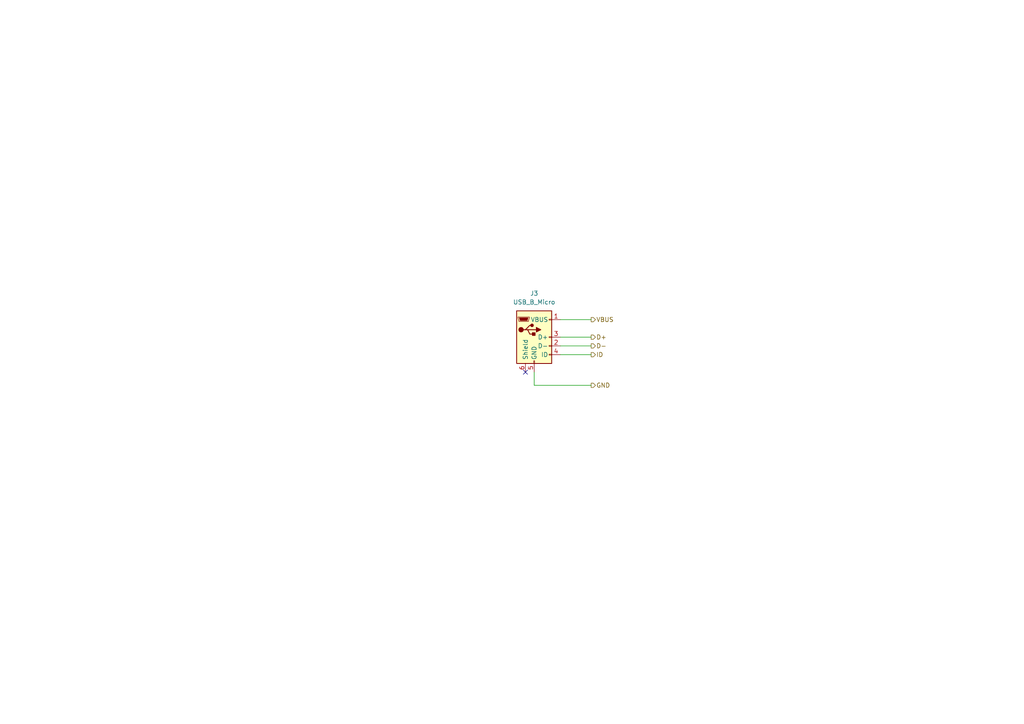
<source format=kicad_sch>
(kicad_sch (version 20211123) (generator eeschema)
  (paper "A4")
  (title_block (date "2023-01-29") (comment 1 "Author: Antal Varga"))
  (lib_symbols
    (symbol "Connector:USB_B_Micro" (pin_names (offset 1.016))
      (property "Reference" "J" (at -5.08 11.43 0))
      (property "Value" "USB_B_Micro" (at -5.08 8.89 0))
      (symbol "USB_B_Micro_0_1"
        (rectangle (start -5.08 -7.62) (end 5.08 7.62) (stroke (width 0.254)) (fill (type background)))
        (circle (center -3.81 2.159) (radius 0.635) (stroke (width 0.254)) (fill (type outline)))
        (circle (center -0.635 3.429) (radius 0.381) (stroke (width 0.254)) (fill (type outline)))
        (rectangle (start -0.127 -7.62) (end 0.127 -6.858))
        (polyline (pts (xy -1.905 2.159) (xy 0.635 2.159)) (stroke (width 0.254)))
        (polyline (pts (xy -3.175 2.159) (xy -2.54 2.159) (xy -1.27 3.429) (xy -0.635 3.429)) (stroke (width 0.254)))
        (polyline (pts (xy -2.54 2.159) (xy -1.905 2.159) (xy -1.27 0.889) (xy 0 0.889)) (stroke (width 0.254)))
        (polyline (pts (xy 0.635 2.794) (xy 0.635 1.524) (xy 1.905 2.159) (xy 0.635 2.794)) (stroke (width 0.254)) (fill (type outline)))
        (polyline (pts (xy -4.318 5.588) (xy -1.778 5.588) (xy -2.032 4.826) (xy -4.064 4.826) (xy -4.318 5.588)) (fill (type outline)))
        (polyline (pts (xy -4.699 5.842) (xy -4.699 5.588) (xy -4.445 4.826) (xy -4.445 4.572) (xy -1.651 4.572) (xy -1.651 4.826) (xy -1.397 5.588) (xy -1.397 5.842) (xy -4.699 5.842)))
        (rectangle (start 0.254 1.27) (end -0.508 0.508) (stroke (width 0.254)) (fill (type outline)))
        (rectangle (start 5.08 -5.207) (end 4.318 -4.953))
        (rectangle (start 5.08 -2.667) (end 4.318 -2.413))
        (rectangle (start 5.08 -0.127) (end 4.318 0.127))
        (rectangle (start 5.08 4.953) (end 4.318 5.207))
      )
      (symbol "USB_B_Micro_1_1"
        (pin power_out line (at 7.62 5.08 180) (length 2.54) (name "VBUS") (number "1"))
        (pin bidirectional line (at 7.62 -2.54 180) (length 2.54) (name "D-") (number "2"))
        (pin bidirectional line (at 7.62 0 180) (length 2.54) (name "D+") (number "3"))
        (pin passive line (at 7.62 -5.08 180) (length 2.54) (name "ID") (number "4"))
        (pin power_out line (at 0 -10.16 90) (length 2.54) (name "GND") (number "5"))
        (pin passive line (at -2.54 -10.16 90) (length 2.54) (name "Shield") (number "6"))
      )
    )
  )
  (no_connect (at 152.4 107.95))
  (wire (pts (xy 162.56 97.79) (xy 171.45 97.79)))
  (wire (pts (xy 154.94 107.95) (xy 154.94 111.76)))
  (wire (pts (xy 162.56 92.71) (xy 171.45 92.71)))
  (wire (pts (xy 154.94 111.76) (xy 171.45 111.76)))
  (wire (pts (xy 162.56 100.33) (xy 171.45 100.33)))
  (wire (pts (xy 162.56 102.87) (xy 171.45 102.87)))
  (hierarchical_label "ID" (shape output) (at 171.45 102.87 0))
  (hierarchical_label "GND" (shape output) (at 171.45 111.76 0))
  (hierarchical_label "VBUS" (shape output) (at 171.45 92.71 0))
  (hierarchical_label "D-" (shape output) (at 171.45 100.33 0))
  (hierarchical_label "D+" (shape output) (at 171.45 97.79 0))
  (symbol (lib_id "Connector:USB_B_Micro") (at 154.94 97.79 0) (unit 1)
    (property "Reference" "J3" (at 154.94 85.09 0))
    (property "Value" "USB_B_Micro" (at 154.94 87.63 0))
    (property "Footprint" "MICROUSB-DIP5:MICROUSB-DIP5" (effects hide))
  )
)
</source>
